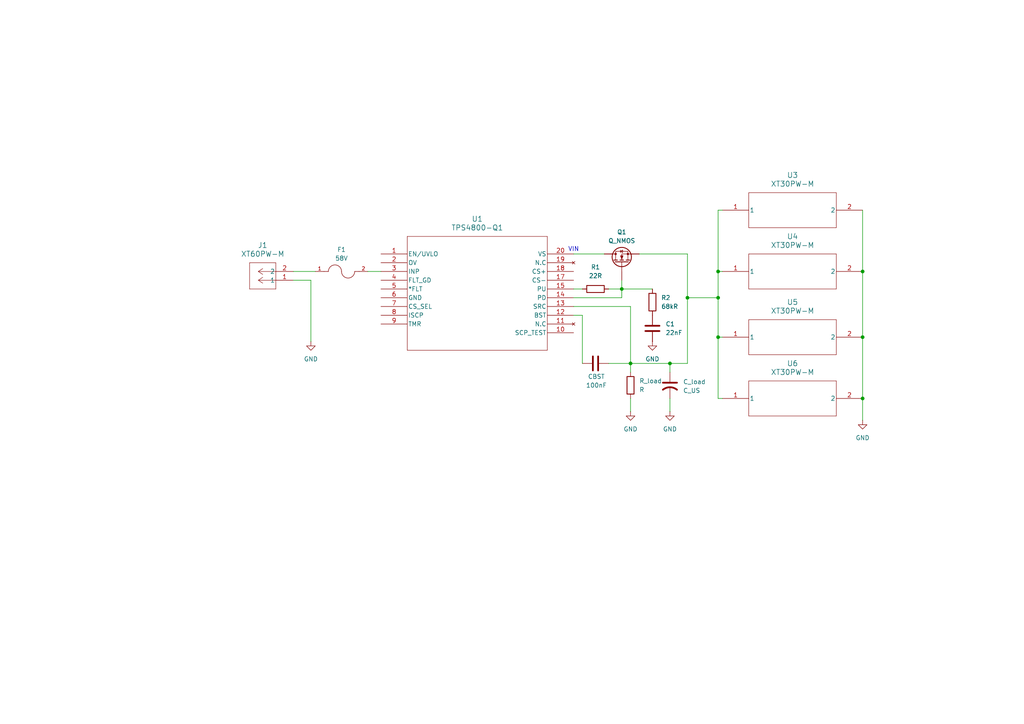
<source format=kicad_sch>
(kicad_sch (version 20250114) (generator "eeschema") (generator_version "9.0")
  (paper "A4")
  (lib_symbols
    (symbol "3557-10:3557-10" (pin_names (offset 1.016))
      (property "Reference" "F" (at -2.54 5.08 0))
      (property "Value" "3557-10" (at -2.54 -5.08 0))
      (symbol "3557-10_0_0"
        (polyline (pts (xy -5.08 0) (xy -3.81 0)) (stroke (width 0.1524)))
        (arc (start -3.81 0) (mid -1.905 1.8967) (end 0 0) (stroke (width 0.1524)))
        (arc (start 3.81 0) (mid 1.905 -1.8967) (end 0 0) (stroke (width 0.1524)))
        (polyline (pts (xy 5.08 0) (xy 3.81 0)) (stroke (width 0.1524)))
        (pin passive line (at -7.62 0 0) (length 2.54) (name "~") (number "1"))
        (pin passive line (at 7.62 0 180) (length 2.54) (name "~") (number "2"))
      )
    )
    (symbol "Device:C" (pin_numbers (hide yes)) (pin_names (offset 0.254))
      (property "Reference" "C" (at 0.635 2.54 0))
      (property "Value" "C" (at 0.635 -2.54 0))
      (symbol "C_0_1"
        (polyline (pts (xy -2.032 0.762) (xy 2.032 0.762)) (stroke (width 0.508)))
        (polyline (pts (xy -2.032 -0.762) (xy 2.032 -0.762)) (stroke (width 0.508)))
      )
      (symbol "C_1_1"
        (pin passive line (at 0 3.81 270) (length 2.794) (name "~") (number "1"))
        (pin passive line (at 0 -3.81 90) (length 2.794) (name "~") (number "2"))
      )
    )
    (symbol "Device:C_US" (pin_numbers (hide yes)) (pin_names (offset 0.254) (hide yes))
      (property "Reference" "C" (at 0.635 2.54 0))
      (property "Value" "C_US" (at 0.635 -2.54 0))
      (symbol "C_US_0_1"
        (polyline (pts (xy -2.032 0.762) (xy 2.032 0.762)) (stroke (width 0.508)))
        (arc (start -2.032 -1.27) (mid 0 -0.5572) (end 2.032 -1.27) (stroke (width 0.508)))
      )
      (symbol "C_US_1_1"
        (pin passive line (at 0 3.81 270) (length 2.794) (name "~") (number "1"))
        (pin passive line (at 0 -3.81 90) (length 3.302) (name "~") (number "2"))
      )
    )
    (symbol "Device:Q_NMOS" (pin_numbers (hide yes)) (pin_names (offset 0) (hide yes))
      (property "Reference" "Q" (at 5.08 1.27 0))
      (property "Value" "Q_NMOS" (at 5.08 -1.27 0))
      (symbol "Q_NMOS_0_1"
        (polyline (pts (xy 0.254 1.905) (xy 0.254 -1.905)) (stroke (width 0.254)))
        (polyline (pts (xy 0.254 0) (xy -2.54 0)))
        (polyline (pts (xy 0.762 2.286) (xy 0.762 1.27)) (stroke (width 0.254)))
        (polyline (pts (xy 0.762 0.508) (xy 0.762 -0.508)) (stroke (width 0.254)))
        (polyline (pts (xy 0.762 -1.27) (xy 0.762 -2.286)) (stroke (width 0.254)))
        (polyline (pts (xy 0.762 -1.778) (xy 3.302 -1.778) (xy 3.302 1.778) (xy 0.762 1.778)))
        (polyline (pts (xy 1.016 0) (xy 2.032 0.381) (xy 2.032 -0.381) (xy 1.016 0)) (fill (type outline)))
        (circle (center 1.651 0) (radius 2.794) (stroke (width 0.254)))
        (polyline (pts (xy 2.54 2.54) (xy 2.54 1.778)))
        (circle (center 2.54 1.778) (radius 0.254) (fill (type outline)))
        (circle (center 2.54 -1.778) (radius 0.254) (fill (type outline)))
        (polyline (pts (xy 2.54 -2.54) (xy 2.54 0) (xy 0.762 0)))
        (polyline (pts (xy 2.921 0.381) (xy 3.683 0.381)))
        (polyline (pts (xy 3.302 0.381) (xy 2.921 -0.254) (xy 3.683 -0.254) (xy 3.302 0.381)))
      )
      (symbol "Q_NMOS_1_1"
        (pin input line (at -5.08 0 0) (length 2.54) (name "G") (number "G"))
        (pin passive line (at 2.54 5.08 270) (length 2.54) (name "D") (number "D"))
        (pin passive line (at 2.54 -5.08 90) (length 2.54) (name "S") (number "S"))
      )
    )
    (symbol "Device:R" (pin_numbers (hide yes)) (pin_names (offset 0))
      (property "Reference" "R" (at 2.032 0 90))
      (property "Value" "R" (at 0 0 90))
      (symbol "R_0_1"
        (rectangle (start -1.016 -2.54) (end 1.016 2.54) (stroke (width 0.254)))
      )
      (symbol "R_1_1"
        (pin passive line (at 0 3.81 270) (length 1.27) (name "~") (number "1"))
        (pin passive line (at 0 -3.81 90) (length 1.27) (name "~") (number "2"))
      )
    )
    (symbol "TPS4800-Q1:PTPS48000QDGXRQ1" (pin_names (offset 0.254))
      (property "Reference" "U" (at 27.94 10.16 0))
      (property "Value" "PTPS48000QDGXRQ1" (at 27.94 7.62 0))
      (symbol "PTPS48000QDGXRQ1_0_1"
        (polyline (pts (xy 7.62 5.08) (xy 7.62 -27.94)) (stroke (width 0.127)))
        (polyline (pts (xy 7.62 -27.94) (xy 48.26 -27.94)) (stroke (width 0.127)))
        (polyline (pts (xy 48.26 5.08) (xy 7.62 5.08)) (stroke (width 0.127)))
        (polyline (pts (xy 48.26 -27.94) (xy 48.26 5.08)) (stroke (width 0.127)))
        (pin input line (at 0 0 0) (length 7.62) (name "EN/UVLO") (number "1"))
        (pin input line (at 0 -2.54 0) (length 7.62) (name "OV") (number "2"))
        (pin input line (at 0 -5.08 0) (length 7.62) (name "INP") (number "3"))
        (pin output line (at 0 -7.62 0) (length 7.62) (name "FLT_GD") (number "4"))
        (pin output line (at 0 -10.16 0) (length 7.62) (name "*FLT") (number "5"))
        (pin power_out line (at 0 -12.7 0) (length 7.62) (name "GND") (number "6"))
        (pin input line (at 0 -15.24 0) (length 7.62) (name "CS_SEL") (number "7"))
        (pin input line (at 0 -17.78 0) (length 7.62) (name "ISCP") (number "8"))
        (pin input line (at 0 -20.32 0) (length 7.62) (name "TMR") (number "9"))
        (pin power_in line (at 55.88 0 180) (length 7.62) (name "VS") (number "20"))
        (pin no_connect line (at 55.88 -2.54 180) (length 7.62) (name "N.C") (number "19"))
        (pin input line (at 55.88 -5.08 180) (length 7.62) (name "CS+") (number "18"))
        (pin input line (at 55.88 -7.62 180) (length 7.62) (name "CS-") (number "17"))
        (pin output line (at 55.88 -10.16 180) (length 7.62) (name "PU") (number "15"))
        (pin output line (at 55.88 -12.7 180) (length 7.62) (name "PD") (number "14"))
        (pin output line (at 55.88 -15.24 180) (length 7.62) (name "SRC") (number "13"))
        (pin output line (at 55.88 -17.78 180) (length 7.62) (name "BST") (number "12"))
        (pin no_connect line (at 55.88 -20.32 180) (length 7.62) (name "N.C") (number "11"))
        (pin input line (at 55.88 -22.86 180) (length 7.62) (name "SCP_TEST") (number "10"))
      )
    )
    (symbol "XT30-M:XT30PW-M" (pin_names (offset 0.254))
      (property "Reference" "U" (at 20.32 10.16 0))
      (property "Value" "XT30PW-M" (at 20.32 7.62 0))
      (symbol "XT30PW-M_0_1"
        (polyline (pts (xy 7.62 5.08) (xy 7.62 -5.08)) (stroke (width 0.127)))
        (polyline (pts (xy 7.62 -5.08) (xy 33.02 -5.08)) (stroke (width 0.127)))
        (polyline (pts (xy 33.02 5.08) (xy 7.62 5.08)) (stroke (width 0.127)))
        (polyline (pts (xy 33.02 -5.08) (xy 33.02 5.08)) (stroke (width 0.127)))
        (pin unspecified line (at 0 0 0) (length 7.62) (name "1") (number "1"))
        (pin unspecified line (at 40.64 0 180) (length 7.62) (name "2") (number "2"))
      )
    )
    (symbol "XT60-M:1805375" (pin_names (offset 0.254))
      (property "Reference" "J" (at 8.89 6.35 0))
      (property "Value" "1805375" (at 0 0 0))
      (symbol "1805375_1_1"
        (polyline (pts (xy 5.08 2.54) (xy 5.08 -5.08)) (stroke (width 0.127)))
        (polyline (pts (xy 5.08 -5.08) (xy 12.7 -5.08)) (stroke (width 0.127)))
        (polyline (pts (xy 10.16 0) (xy 5.08 0)) (stroke (width 0.127)))
        (polyline (pts (xy 10.16 0) (xy 8.89 0.8467)) (stroke (width 0.127)))
        (polyline (pts (xy 10.16 0) (xy 8.89 -0.8467)) (stroke (width 0.127)))
        (polyline (pts (xy 10.16 -2.54) (xy 5.08 -2.54)) (stroke (width 0.127)))
        (polyline (pts (xy 10.16 -2.54) (xy 8.89 -1.6933)) (stroke (width 0.127)))
        (polyline (pts (xy 10.16 -2.54) (xy 8.89 -3.3867)) (stroke (width 0.127)))
        (polyline (pts (xy 12.7 2.54) (xy 5.08 2.54)) (stroke (width 0.127)))
        (polyline (pts (xy 12.7 -5.08) (xy 12.7 2.54)) (stroke (width 0.127)))
        (pin unspecified line (at 0 0 0) (length 5.08) (name "1") (number "1"))
        (pin unspecified line (at 0 -2.54 0) (length 5.08) (name "2") (number "2"))
      )
      (symbol "1805375_1_2"
        (polyline (pts (xy 5.08 2.54) (xy 5.08 -5.08)) (stroke (width 0.127)))
        (polyline (pts (xy 5.08 -5.08) (xy 12.7 -5.08)) (stroke (width 0.127)))
        (polyline (pts (xy 7.62 0) (xy 5.08 0)) (stroke (width 0.127)))
        (polyline (pts (xy 7.62 0) (xy 8.89 0.8467)) (stroke (width 0.127)))
        (polyline (pts (xy 7.62 0) (xy 8.89 -0.8467)) (stroke (width 0.127)))
        (polyline (pts (xy 7.62 -2.54) (xy 5.08 -2.54)) (stroke (width 0.127)))
        (polyline (pts (xy 7.62 -2.54) (xy 8.89 -1.6933)) (stroke (width 0.127)))
        (polyline (pts (xy 7.62 -2.54) (xy 8.89 -3.3867)) (stroke (width 0.127)))
        (polyline (pts (xy 12.7 2.54) (xy 5.08 2.54)) (stroke (width 0.127)))
        (polyline (pts (xy 12.7 -5.08) (xy 12.7 2.54)) (stroke (width 0.127)))
        (pin unspecified line (at 0 0 0) (length 5.08) (name "1") (number "1"))
        (pin unspecified line (at 0 -2.54 0) (length 5.08) (name "2") (number "2"))
      )
    )
    (symbol "power:GND" (power) (pin_numbers (hide yes)) (pin_names (offset 0) (hide yes))
      (property "Value" "GND" (at 0 -3.81 0))
      (symbol "GND_0_1"
        (polyline (pts (xy 0 0) (xy 0 -1.27) (xy 1.27 -1.27) (xy 0 -2.54) (xy -1.27 -1.27) (xy 0 -1.27)))
      )
      (symbol "GND_1_1"
        (pin power_in line (at 0 0 270) (length 0) (name "~") (number "1"))
      )
    )
  )
  (text "VIN" (at 166.37 72.39 0) (effects (font (size 1.27 1.27))))
  (junction (at 208.28 97.79))
  (junction (at 194.31 105.41))
  (junction (at 180.34 83.82))
  (junction (at 182.88 105.41))
  (junction (at 250.19 97.79))
  (junction (at 250.19 115.57))
  (junction (at 208.28 78.74))
  (junction (at 199.39 86.36))
  (junction (at 250.19 78.74))
  (junction (at 208.28 86.36))
  (wire (pts (xy 208.28 60.96) (xy 208.28 78.74)))
  (wire (pts (xy 194.31 115.57) (xy 194.31 119.38)))
  (wire (pts (xy 166.37 91.44) (xy 168.91 91.44)))
  (wire (pts (xy 250.19 78.74) (xy 250.19 97.79)))
  (wire (pts (xy 185.42 73.66) (xy 199.39 73.66)))
  (wire (pts (xy 182.88 115.57) (xy 182.88 119.38)))
  (wire (pts (xy 199.39 73.66) (xy 199.39 86.36)))
  (wire (pts (xy 194.31 105.41) (xy 199.39 105.41)))
  (wire (pts (xy 168.91 91.44) (xy 168.91 105.41)))
  (wire (pts (xy 250.19 97.79) (xy 250.19 115.57)))
  (wire (pts (xy 182.88 105.41) (xy 182.88 107.95)))
  (wire (pts (xy 106.68 78.74) (xy 110.49 78.74)))
  (wire (pts (xy 208.28 115.57) (xy 208.28 97.79)))
  (wire (pts (xy 208.28 78.74) (xy 209.55 78.74)))
  (wire (pts (xy 209.55 115.57) (xy 208.28 115.57)))
  (wire (pts (xy 166.37 86.36) (xy 180.34 86.36)))
  (wire (pts (xy 166.37 73.66) (xy 175.26 73.66)))
  (wire (pts (xy 209.55 60.96) (xy 208.28 60.96)))
  (wire (pts (xy 180.34 86.36) (xy 180.34 83.82)))
  (wire (pts (xy 176.53 83.82) (xy 180.34 83.82)))
  (wire (pts (xy 166.37 88.9) (xy 182.88 88.9)))
  (wire (pts (xy 168.91 83.82) (xy 166.37 83.82)))
  (wire (pts (xy 182.88 105.41) (xy 182.88 88.9)))
  (wire (pts (xy 176.53 105.41) (xy 182.88 105.41)))
  (wire (pts (xy 85.09 81.28) (xy 90.17 81.28)))
  (wire (pts (xy 182.88 105.41) (xy 194.31 105.41)))
  (wire (pts (xy 85.09 78.74) (xy 91.44 78.74)))
  (wire (pts (xy 194.31 105.41) (xy 194.31 107.95)))
  (wire (pts (xy 250.19 115.57) (xy 250.19 121.92)))
  (wire (pts (xy 208.28 86.36) (xy 208.28 97.79)))
  (wire (pts (xy 90.17 81.28) (xy 90.17 99.06)))
  (wire (pts (xy 199.39 86.36) (xy 199.39 105.41)))
  (wire (pts (xy 250.19 60.96) (xy 250.19 78.74)))
  (wire (pts (xy 208.28 78.74) (xy 208.28 86.36)))
  (wire (pts (xy 209.55 97.79) (xy 208.28 97.79)))
  (wire (pts (xy 180.34 81.28) (xy 180.34 83.82)))
  (wire (pts (xy 199.39 86.36) (xy 208.28 86.36)))
  (wire (pts (xy 180.34 83.82) (xy 189.23 83.82)))
  (symbol (lib_id "power:GND") (at 182.88 119.38 0) (unit 1)
    (property "Reference" "#PWR02" (effects (hide yes)))
    (property "Value" "GND" (at 182.88 124.46 0))
    (property "Description" "Power symbol creates a global label with name \"GND\" , ground" (effects (hide yes)))
  )
  (symbol (lib_id "XT60-M:1805375") (at 85.09 81.28 180) (unit 1)
    (property "Reference" "J1" (at 76.2 71.12 0) (effects (font (size 1.524 1.524))))
    (property "Value" "XT60PW-M" (at 76.2 73.66 0) (effects (font (size 1.524 1.524))))
    (property "Footprint" "CONN_1805375_RSP" (effects (hide yes)))
    (property "Datasheet" "1805375" (effects (hide yes)))
  )
  (symbol (lib_id "Device:R") (at 172.72 83.82 270) (unit 1)
    (property "Reference" "R1" (at 172.72 77.47 90))
    (property "Value" "22R" (at 172.72 80.01 90))
    (property "Description" "Resistor" (effects (hide yes)))
  )
  (symbol (lib_id "power:GND") (at 250.19 121.92 0) (unit 1)
    (property "Reference" "#PWR05" (effects (hide yes)))
    (property "Value" "GND" (at 250.19 127 0))
    (property "Description" "Power symbol creates a global label with name \"GND\" , ground" (effects (hide yes)))
  )
  (symbol (lib_id "Device:C") (at 189.23 95.25 0) (unit 1)
    (property "Reference" "C1" (at 193.04 93.9799 0) (effects (justify left)))
    (property "Value" "22nF" (at 193.04 96.5199 0) (effects (justify left)))
    (property "Description" "Unpolarized capacitor" (effects (hide yes)))
  )
  (symbol (lib_id "3557-10:3557-10") (at 99.06 78.74 0) (unit 1)
    (property "Reference" "F1" (at 99.06 72.39 0))
    (property "Value" "58V" (at 99.06 74.93 0))
    (property "Footprint" "3557-10:FUSE_3557-10" (effects (hide yes)))
    (property "DigiKey_Part_Number" "36-3557-10-ND" (effects (hide yes)))
    (property "SnapEDA_Link" "https://www.snapeda.com/parts/3557-10/Keystone/view-part/?ref=snap" (effects (hide yes)))
    (property "MAXIMUM_PACKAGE_HEIGHT" "7.37mm" (effects (hide yes)))
    (property "Package" "None" (effects (hide yes)))
    (property "Check_prices" "https://www.snapeda.com/parts/3557-10/Keystone/view-part/?ref=eda" (effects (hide yes)))
    (property "STANDARD" "Manufacturer Recommendation" (effects (hide yes)))
    (property "PARTREV" "D" (effects (hide yes)))
    (property "MF" "Keystone" (effects (hide yes)))
    (property "MP" "3557-10" (effects (hide yes)))
    (property "Description_1" "Auto Fuse Holder; THM; Insulated Clip; 30 Amp; Red | Keystone Electronics 3557-10" (effects (hide yes)))
    (property "MANUFACTURER" "Keystone" (effects (hide yes)))
    (property "SNAPEDA_PN" "3557-2" (effects (hide yes)))
  )
  (symbol (lib_id "XT30-M:XT30PW-M") (at 209.55 115.57 0) (unit 1)
    (property "Reference" "U6" (at 229.87 105.41 0) (effects (font (size 1.524 1.524))))
    (property "Value" "XT30PW-M" (at 229.87 107.95 0) (effects (font (size 1.524 1.524))))
    (property "Footprint" "XT30PW-M_AMA" (effects (hide yes)))
    (property "Datasheet" "XT30PW-M" (effects (hide yes)))
  )
  (symbol (lib_id "power:GND") (at 194.31 119.38 0) (unit 1)
    (property "Reference" "#PWR03" (effects (hide yes)))
    (property "Value" "GND" (at 194.31 124.46 0))
    (property "Description" "Power symbol creates a global label with name \"GND\" , ground" (effects (hide yes)))
  )
  (symbol (lib_id "XT30-M:XT30PW-M") (at 209.55 60.96 0) (unit 1)
    (property "Reference" "U3" (at 229.87 50.8 0) (effects (font (size 1.524 1.524))))
    (property "Value" "XT30PW-M" (at 229.87 53.34 0) (effects (font (size 1.524 1.524))))
    (property "Footprint" "XT30PW-M_AMA" (effects (hide yes)))
    (property "Datasheet" "XT30PW-M" (effects (hide yes)))
  )
  (symbol (lib_id "Device:R") (at 189.23 87.63 180) (unit 1)
    (property "Reference" "R2" (at 191.77 86.3599 0) (effects (justify right)))
    (property "Value" "68kR" (at 191.77 88.8999 0) (effects (justify right)))
    (property "Description" "Resistor" (effects (hide yes)))
  )
  (symbol (lib_id "XT30-M:XT30PW-M") (at 209.55 97.79 0) (unit 1)
    (property "Reference" "U5" (at 229.87 87.63 0) (effects (font (size 1.524 1.524))))
    (property "Value" "XT30PW-M" (at 229.87 90.17 0) (effects (font (size 1.524 1.524))))
    (property "Footprint" "XT30PW-M_AMA" (effects (hide yes)))
    (property "Datasheet" "XT30PW-M" (effects (hide yes)))
  )
  (symbol (lib_id "Device:C_US") (at 194.31 111.76 0) (unit 1)
    (property "Reference" "C_load" (at 198.12 110.7439 0) (effects (justify left)))
    (property "Value" "C_US" (at 198.12 113.2839 0) (effects (justify left)))
    (property "Description" "capacitor, US symbol" (effects (hide yes)))
  )
  (symbol (lib_id "Device:Q_NMOS") (at 180.34 76.2 90) (unit 1)
    (property "Reference" "Q1" (at 180.34 67.31 90))
    (property "Value" "Q_NMOS" (at 180.34 69.85 90))
    (property "Description" "N-MOSFET transistor" (effects (hide yes)))
  )
  (symbol (lib_id "Device:R") (at 182.88 111.76 0) (unit 1)
    (property "Reference" "R_load" (at 185.42 110.4899 0) (effects (justify left)))
    (property "Value" "R" (at 185.42 113.0299 0) (effects (justify left)))
    (property "Description" "Resistor" (effects (hide yes)))
  )
  (symbol (lib_id "Device:C") (at 172.72 105.41 90) (unit 1)
    (property "Reference" "CBST" (at 172.974 109.22 90))
    (property "Value" "100nF" (at 172.974 111.76 90))
    (property "Description" "Unpolarized capacitor" (effects (hide yes)))
  )
  (symbol (lib_id "TPS4800-Q1:PTPS48000QDGXRQ1") (at 110.49 73.66 0) (unit 1)
    (property "Reference" "U1" (at 138.43 63.5 0) (effects (font (size 1.524 1.524))))
    (property "Value" "TPS4800-Q1" (at 138.43 66.04 0) (effects (font (size 1.524 1.524))))
    (property "Footprint" "VSSOP19-DGX_TEX" (effects (hide yes)))
    (property "Datasheet" "https://www.ti.com/lit/gpn/tps4800-q1" (effects (hide yes)))
  )
  (symbol (lib_id "power:GND") (at 189.23 99.06 0) (unit 1)
    (property "Reference" "#PWR01" (effects (hide yes)))
    (property "Value" "GND" (at 189.23 104.14 0))
    (property "Description" "Power symbol creates a global label with name \"GND\" , ground" (effects (hide yes)))
  )
  (symbol (lib_id "XT30-M:XT30PW-M") (at 209.55 78.74 0) (unit 1)
    (property "Reference" "U4" (at 229.87 68.58 0) (effects (font (size 1.524 1.524))))
    (property "Value" "XT30PW-M" (at 229.87 71.12 0) (effects (font (size 1.524 1.524))))
    (property "Footprint" "XT30PW-M_AMA" (effects (hide yes)))
    (property "Datasheet" "XT30PW-M" (effects (hide yes)))
  )
  (symbol (lib_id "power:GND") (at 90.17 99.06 0) (unit 1)
    (property "Reference" "#PWR04" (effects (hide yes)))
    (property "Value" "GND" (at 90.17 104.14 0))
    (property "Description" "Power symbol creates a global label with name \"GND\" , ground" (effects (hide yes)))
  )
)
</source>
